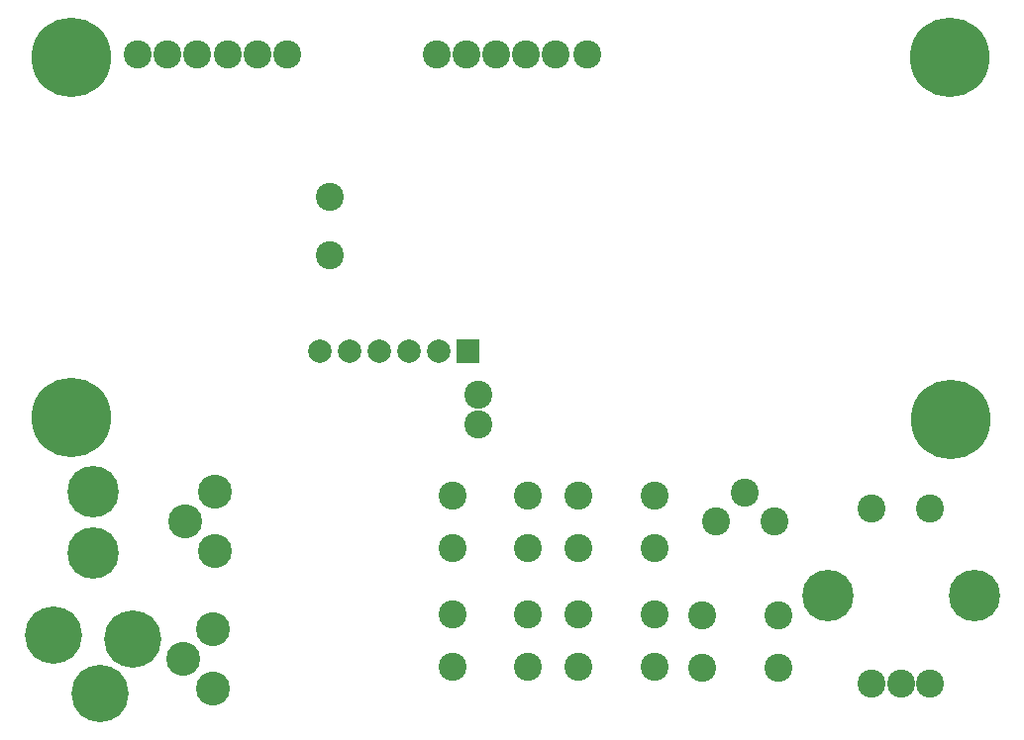
<source format=gbr>
%FSLAX34Y34*%
%MOMM*%
%LNSOLDERMASK_TOP*%
G71*
G01*
%ADD10C, 4.90*%
%ADD11C, 4.40*%
%ADD12C, 2.40*%
%ADD13C, 2.90*%
%ADD14C, 6.80*%
%ADD15C, 1.00*%
%ADD16C, 2.00*%
%LPD*%
X145836Y437050D02*
G54D10*
D03*
X77574Y440225D02*
G54D10*
D03*
X111661Y510948D02*
G54D11*
D03*
X111661Y562948D02*
G54D11*
D03*
X591741Y559594D02*
G54D12*
D03*
X526740Y559594D02*
G54D12*
D03*
X526740Y514594D02*
G54D12*
D03*
X591741Y514594D02*
G54D12*
D03*
X483791Y559594D02*
G54D12*
D03*
X418790Y559594D02*
G54D12*
D03*
X418790Y514594D02*
G54D12*
D03*
X483791Y514594D02*
G54D12*
D03*
X117601Y390215D02*
G54D10*
D03*
X669131Y562622D02*
G54D12*
D03*
X644131Y537622D02*
G54D12*
D03*
X694131Y537622D02*
G54D12*
D03*
X215682Y563537D02*
G54D13*
D03*
X190282Y538137D02*
G54D13*
D03*
X215682Y512737D02*
G54D13*
D03*
X777478Y398937D02*
G54D12*
D03*
X827478Y398937D02*
G54D12*
D03*
X802478Y398937D02*
G54D12*
D03*
X777478Y548937D02*
G54D12*
D03*
X827478Y548937D02*
G54D12*
D03*
X739978Y473937D02*
G54D11*
D03*
X864978Y473937D02*
G54D11*
D03*
X483791Y412994D02*
G54D12*
D03*
X418790Y412994D02*
G54D12*
D03*
X418790Y457994D02*
G54D12*
D03*
X483791Y457994D02*
G54D12*
D03*
X214491Y445268D02*
G54D13*
D03*
X189090Y419869D02*
G54D13*
D03*
X214491Y394468D02*
G54D13*
D03*
X149864Y937623D02*
G54D12*
D03*
X175265Y937624D02*
G54D12*
D03*
X200665Y937624D02*
G54D12*
D03*
X227255Y937624D02*
G54D12*
D03*
X252655Y937623D02*
G54D12*
D03*
X278055Y937624D02*
G54D12*
D03*
X405849Y937624D02*
G54D12*
D03*
X431249Y937624D02*
G54D12*
D03*
X456649Y937624D02*
G54D12*
D03*
X482049Y937624D02*
G54D12*
D03*
X507449Y937623D02*
G54D12*
D03*
X534039Y937623D02*
G54D12*
D03*
X844947Y624954D02*
G54D14*
D03*
X868947Y624954D02*
G54D15*
D03*
X861917Y607983D02*
G54D15*
D03*
X844947Y600954D02*
G54D15*
D03*
X827976Y607983D02*
G54D15*
D03*
X820947Y624954D02*
G54D15*
D03*
X827976Y641924D02*
G54D15*
D03*
X844947Y648954D02*
G54D15*
D03*
X861917Y641924D02*
G54D15*
D03*
X844153Y934913D02*
G54D14*
D03*
X868153Y934913D02*
G54D15*
D03*
X861124Y917942D02*
G54D15*
D03*
X844153Y910913D02*
G54D15*
D03*
X827183Y917942D02*
G54D15*
D03*
X820153Y934913D02*
G54D15*
D03*
X827183Y951883D02*
G54D15*
D03*
X844153Y958913D02*
G54D15*
D03*
X861124Y951883D02*
G54D15*
D03*
X93266Y934913D02*
G54D14*
D03*
X117266Y934913D02*
G54D15*
D03*
X110236Y917942D02*
G54D15*
D03*
X93266Y910913D02*
G54D15*
D03*
X76295Y917942D02*
G54D15*
D03*
X69266Y934913D02*
G54D15*
D03*
X76295Y951883D02*
G54D15*
D03*
X93266Y958913D02*
G54D15*
D03*
X110236Y951883D02*
G54D15*
D03*
X92869Y626541D02*
G54D14*
D03*
X116869Y626541D02*
G54D15*
D03*
X109839Y609570D02*
G54D15*
D03*
X92869Y602541D02*
G54D15*
D03*
X75898Y609570D02*
G54D15*
D03*
X68869Y626541D02*
G54D15*
D03*
X75898Y643512D02*
G54D15*
D03*
X92869Y650541D02*
G54D15*
D03*
X109839Y643512D02*
G54D15*
D03*
X591741Y412994D02*
G54D12*
D03*
X526740Y412994D02*
G54D12*
D03*
X526740Y457994D02*
G54D12*
D03*
X591741Y457994D02*
G54D12*
D03*
G36*
X442401Y693360D02*
X442401Y673360D01*
X422401Y673360D01*
X422401Y693360D01*
X442401Y693360D01*
G37*
X407002Y683360D02*
G54D16*
D03*
X381602Y683360D02*
G54D16*
D03*
X356202Y683360D02*
G54D16*
D03*
X330802Y683360D02*
G54D16*
D03*
X305402Y683360D02*
G54D16*
D03*
X314568Y765132D02*
G54D12*
D03*
X314568Y815132D02*
G54D12*
D03*
X697706Y412200D02*
G54D12*
D03*
X632706Y412200D02*
G54D12*
D03*
X632706Y457200D02*
G54D12*
D03*
X697706Y457200D02*
G54D12*
D03*
X441325Y646112D02*
G54D12*
D03*
X441325Y621112D02*
G54D12*
D03*
M02*

</source>
